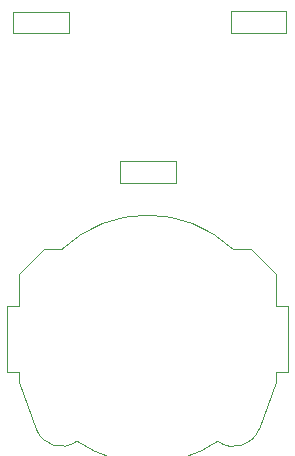
<source format=gbr>
G04 #@! TF.FileFunction,Other,User*
%FSLAX46Y46*%
G04 Gerber Fmt 4.6, Leading zero omitted, Abs format (unit mm)*
G04 Created by KiCad (PCBNEW 4.0.7) date 05/01/20 20:11:21*
%MOMM*%
%LPD*%
G01*
G04 APERTURE LIST*
%ADD10C,0.100000*%
%ADD11C,0.050000*%
G04 APERTURE END LIST*
D10*
D11*
X78980000Y-91710000D02*
X79970000Y-91710000D01*
X79970000Y-91710000D02*
X79970000Y-89000000D01*
X79970000Y-89000000D02*
X82110000Y-86860000D01*
X82110000Y-86860000D02*
X83650000Y-86860000D01*
X98049546Y-86859573D02*
G75*
G03X83650000Y-86860000I-7199546J-7640427D01*
G01*
X98050000Y-86860000D02*
X99590000Y-86860000D01*
X99590000Y-86860000D02*
X101730000Y-89000000D01*
X101730000Y-89000000D02*
X101730000Y-91710000D01*
X101730000Y-91710000D02*
X102720000Y-91710000D01*
X102720000Y-91710000D02*
X102720000Y-97290000D01*
X102720000Y-97290000D02*
X101730000Y-97290000D01*
X101730000Y-97290000D02*
X101730000Y-98140000D01*
X101730000Y-98140000D02*
X100290000Y-102120000D01*
X96806965Y-103154604D02*
G75*
G03X100280000Y-102120000I1353035J1804604D01*
G01*
X84904632Y-103150075D02*
G75*
G03X96810000Y-103140000I5945368J8650075D01*
G01*
X81434856Y-102121341D02*
G75*
G03X84890000Y-103140000I2105144J771341D01*
G01*
X81420000Y-102130000D02*
X79970000Y-98140000D01*
X79970000Y-98140000D02*
X79970000Y-97290000D01*
X79970000Y-97290000D02*
X78980000Y-97290000D01*
X78980000Y-97290000D02*
X78980000Y-91710000D01*
X79500000Y-68600000D02*
X84200000Y-68600000D01*
X79500000Y-68600000D02*
X79500000Y-66800000D01*
X84200000Y-66800000D02*
X84200000Y-68600000D01*
X84200000Y-66800000D02*
X79500000Y-66800000D01*
X97900000Y-68550000D02*
X102600000Y-68550000D01*
X97900000Y-68550000D02*
X97900000Y-66750000D01*
X102600000Y-66750000D02*
X102600000Y-68550000D01*
X102600000Y-66750000D02*
X97900000Y-66750000D01*
X88550000Y-81250000D02*
X93250000Y-81250000D01*
X88550000Y-81250000D02*
X88550000Y-79450000D01*
X93250000Y-79450000D02*
X93250000Y-81250000D01*
X93250000Y-79450000D02*
X88550000Y-79450000D01*
M02*

</source>
